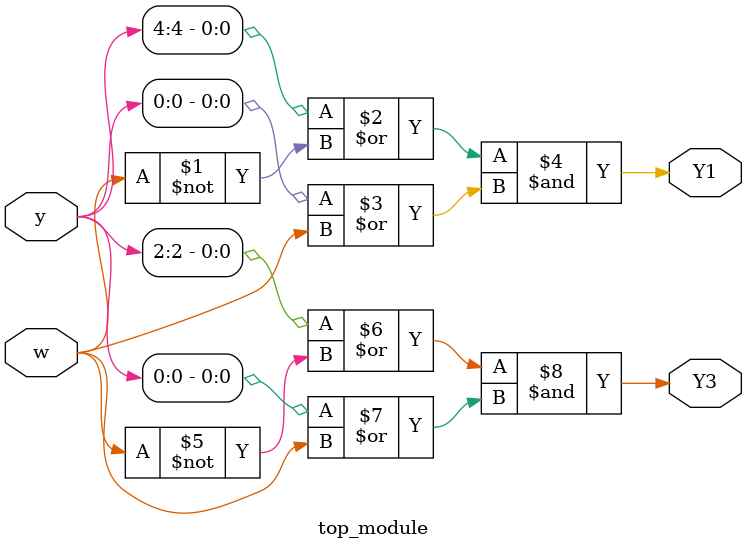
<source format=sv>
module top_module (
	input [5:0] y,
	input w,
	output Y1,
	output Y3
);
	
	// flip-flop Y1
	assign Y1 = (y[4] | ~w) & (y[0] | w); // Modified & to |
	
	// flip-flop Y3
	assign Y3 = (y[2] | ~w) & (y[0] | w); // Modified & to |

endmodule

</source>
